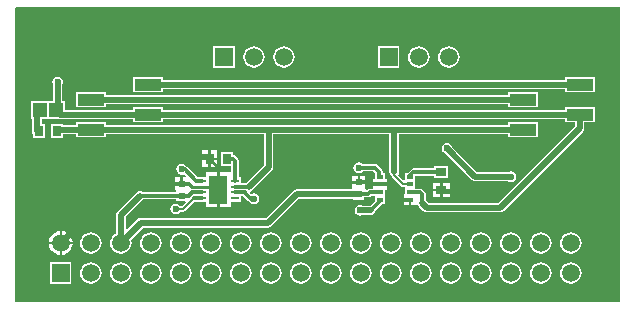
<source format=gtl>
G04 Layer_Physical_Order=1*
G04 Layer_Color=255*
%FSLAX44Y44*%
%MOMM*%
G71*
G01*
G75*
%ADD10R,1.2000X1.2000*%
%ADD11R,0.6000X0.4000*%
%ADD12R,0.7000X0.9000*%
%ADD13R,0.6000X0.6000*%
%ADD14R,0.9000X0.7000*%
%ADD15R,2.2350X1.0160*%
%ADD16R,0.7000X0.2500*%
%ADD17C,0.3000*%
%ADD18C,0.5000*%
%ADD19C,0.1500*%
%ADD20C,0.2540*%
%ADD21C,0.4000*%
%ADD22C,1.5000*%
%ADD23R,1.5000X1.5000*%
%ADD24R,1.6500X2.3800*%
%ADD25C,0.6000*%
G36*
X3015922Y2753422D02*
X3015922Y2504976D01*
X3015023Y2504078D01*
X2504078Y2504078D01*
X2504078Y2752524D01*
X2504976Y2753422D01*
X3015922Y2753422D01*
D02*
G37*
%LPC*%
G36*
X2552745Y2552750D02*
X2543750D01*
Y2543755D01*
X2545371Y2543968D01*
X2547814Y2544980D01*
X2549911Y2546589D01*
X2551520Y2548687D01*
X2552532Y2551129D01*
X2552745Y2552750D01*
D02*
G37*
G36*
X2568150Y2562827D02*
X2565801Y2562518D01*
X2563611Y2561611D01*
X2561731Y2560169D01*
X2560289Y2558289D01*
X2559382Y2556099D01*
X2559073Y2553750D01*
X2559382Y2551400D01*
X2560289Y2549211D01*
X2561731Y2547331D01*
X2563611Y2545889D01*
X2565801Y2544982D01*
X2568150Y2544672D01*
X2570500Y2544982D01*
X2572689Y2545889D01*
X2574569Y2547331D01*
X2576012Y2549211D01*
X2576919Y2551400D01*
X2577228Y2553750D01*
X2576919Y2556099D01*
X2576012Y2558289D01*
X2574569Y2560169D01*
X2572689Y2561611D01*
X2570500Y2562518D01*
X2568150Y2562827D01*
D02*
G37*
G36*
X2618950D02*
X2616601Y2562518D01*
X2614411Y2561611D01*
X2612531Y2560169D01*
X2611089Y2558289D01*
X2610182Y2556099D01*
X2609873Y2553750D01*
X2610182Y2551400D01*
X2611089Y2549211D01*
X2612531Y2547331D01*
X2614411Y2545889D01*
X2616601Y2544982D01*
X2618950Y2544672D01*
X2621300Y2544982D01*
X2623489Y2545889D01*
X2625369Y2547331D01*
X2626812Y2549211D01*
X2627719Y2551400D01*
X2628028Y2553750D01*
X2627719Y2556099D01*
X2626812Y2558289D01*
X2625369Y2560169D01*
X2623489Y2561611D01*
X2621300Y2562518D01*
X2618950Y2562827D01*
D02*
G37*
G36*
X2541750Y2552750D02*
X2532755D01*
X2532969Y2551129D01*
X2533980Y2548687D01*
X2535590Y2546589D01*
X2537687Y2544980D01*
X2540129Y2543968D01*
X2541750Y2543755D01*
Y2552750D01*
D02*
G37*
G36*
X2949150Y2537428D02*
X2946801Y2537118D01*
X2944612Y2536211D01*
X2942731Y2534769D01*
X2941289Y2532889D01*
X2940382Y2530699D01*
X2940073Y2528350D01*
X2940382Y2526001D01*
X2941289Y2523811D01*
X2942731Y2521931D01*
X2944612Y2520488D01*
X2946801Y2519582D01*
X2949150Y2519272D01*
X2951500Y2519582D01*
X2953689Y2520488D01*
X2955569Y2521931D01*
X2957012Y2523811D01*
X2957918Y2526001D01*
X2958228Y2528350D01*
X2957918Y2530699D01*
X2957012Y2532889D01*
X2955569Y2534769D01*
X2953689Y2536211D01*
X2951500Y2537118D01*
X2949150Y2537428D01*
D02*
G37*
G36*
X2974550D02*
X2972201Y2537118D01*
X2970011Y2536211D01*
X2968131Y2534769D01*
X2966689Y2532889D01*
X2965782Y2530699D01*
X2965473Y2528350D01*
X2965782Y2526001D01*
X2966689Y2523811D01*
X2968131Y2521931D01*
X2970011Y2520488D01*
X2972201Y2519582D01*
X2974550Y2519272D01*
X2976900Y2519582D01*
X2979089Y2520488D01*
X2980969Y2521931D01*
X2982412Y2523811D01*
X2983318Y2526001D01*
X2983628Y2528350D01*
X2983318Y2530699D01*
X2982412Y2532889D01*
X2980969Y2534769D01*
X2979089Y2536211D01*
X2976900Y2537118D01*
X2974550Y2537428D01*
D02*
G37*
G36*
X2551750Y2537350D02*
X2533750D01*
Y2519350D01*
X2551750D01*
Y2537350D01*
D02*
G37*
G36*
X2644350Y2562827D02*
X2642001Y2562518D01*
X2639811Y2561611D01*
X2637932Y2560169D01*
X2636489Y2558289D01*
X2635582Y2556099D01*
X2635273Y2553750D01*
X2635582Y2551400D01*
X2636489Y2549211D01*
X2637932Y2547331D01*
X2639811Y2545889D01*
X2642001Y2544982D01*
X2644350Y2544672D01*
X2646700Y2544982D01*
X2648889Y2545889D01*
X2650769Y2547331D01*
X2652212Y2549211D01*
X2653119Y2551400D01*
X2653428Y2553750D01*
X2653119Y2556099D01*
X2652212Y2558289D01*
X2650769Y2560169D01*
X2648889Y2561611D01*
X2646700Y2562518D01*
X2644350Y2562827D01*
D02*
G37*
G36*
X2771350D02*
X2769001Y2562518D01*
X2766812Y2561611D01*
X2764931Y2560169D01*
X2763489Y2558289D01*
X2762582Y2556099D01*
X2762273Y2553750D01*
X2762582Y2551400D01*
X2763489Y2549211D01*
X2764931Y2547331D01*
X2766812Y2545889D01*
X2769001Y2544982D01*
X2771350Y2544672D01*
X2773700Y2544982D01*
X2775889Y2545889D01*
X2777769Y2547331D01*
X2779212Y2549211D01*
X2780118Y2551400D01*
X2780428Y2553750D01*
X2780118Y2556099D01*
X2779212Y2558289D01*
X2777769Y2560169D01*
X2775889Y2561611D01*
X2773700Y2562518D01*
X2771350Y2562827D01*
D02*
G37*
G36*
X2796750D02*
X2794401Y2562518D01*
X2792211Y2561611D01*
X2790331Y2560169D01*
X2788889Y2558289D01*
X2787982Y2556099D01*
X2787673Y2553750D01*
X2787982Y2551400D01*
X2788889Y2549211D01*
X2790331Y2547331D01*
X2792211Y2545889D01*
X2794401Y2544982D01*
X2796750Y2544672D01*
X2799100Y2544982D01*
X2801289Y2545889D01*
X2803169Y2547331D01*
X2804612Y2549211D01*
X2805518Y2551400D01*
X2805828Y2553750D01*
X2805518Y2556099D01*
X2804612Y2558289D01*
X2803169Y2560169D01*
X2801289Y2561611D01*
X2799100Y2562518D01*
X2796750Y2562827D01*
D02*
G37*
G36*
X2822150D02*
X2819801Y2562518D01*
X2817611Y2561611D01*
X2815732Y2560169D01*
X2814289Y2558289D01*
X2813382Y2556099D01*
X2813073Y2553750D01*
X2813382Y2551400D01*
X2814289Y2549211D01*
X2815732Y2547331D01*
X2817611Y2545889D01*
X2819801Y2544982D01*
X2822150Y2544672D01*
X2824500Y2544982D01*
X2826689Y2545889D01*
X2828569Y2547331D01*
X2830012Y2549211D01*
X2830919Y2551400D01*
X2831228Y2553750D01*
X2830919Y2556099D01*
X2830012Y2558289D01*
X2828569Y2560169D01*
X2826689Y2561611D01*
X2824500Y2562518D01*
X2822150Y2562827D01*
D02*
G37*
G36*
X2745950D02*
X2743601Y2562518D01*
X2741411Y2561611D01*
X2739531Y2560169D01*
X2738089Y2558289D01*
X2737182Y2556099D01*
X2736873Y2553750D01*
X2737182Y2551400D01*
X2738089Y2549211D01*
X2739531Y2547331D01*
X2741411Y2545889D01*
X2743601Y2544982D01*
X2745950Y2544672D01*
X2748300Y2544982D01*
X2750489Y2545889D01*
X2752369Y2547331D01*
X2753812Y2549211D01*
X2754719Y2551400D01*
X2755028Y2553750D01*
X2754719Y2556099D01*
X2753812Y2558289D01*
X2752369Y2560169D01*
X2750489Y2561611D01*
X2748300Y2562518D01*
X2745950Y2562827D01*
D02*
G37*
G36*
X2669750D02*
X2667401Y2562518D01*
X2665211Y2561611D01*
X2663331Y2560169D01*
X2661889Y2558289D01*
X2660982Y2556099D01*
X2660673Y2553750D01*
X2660982Y2551400D01*
X2661889Y2549211D01*
X2663331Y2547331D01*
X2665211Y2545889D01*
X2667401Y2544982D01*
X2669750Y2544672D01*
X2672100Y2544982D01*
X2674289Y2545889D01*
X2676169Y2547331D01*
X2677612Y2549211D01*
X2678518Y2551400D01*
X2678828Y2553750D01*
X2678518Y2556099D01*
X2677612Y2558289D01*
X2676169Y2560169D01*
X2674289Y2561611D01*
X2672100Y2562518D01*
X2669750Y2562827D01*
D02*
G37*
G36*
X2695150D02*
X2692801Y2562518D01*
X2690611Y2561611D01*
X2688731Y2560169D01*
X2687289Y2558289D01*
X2686382Y2556099D01*
X2686073Y2553750D01*
X2686382Y2551400D01*
X2687289Y2549211D01*
X2688731Y2547331D01*
X2690611Y2545889D01*
X2692801Y2544982D01*
X2695150Y2544672D01*
X2697500Y2544982D01*
X2699689Y2545889D01*
X2701569Y2547331D01*
X2703012Y2549211D01*
X2703918Y2551400D01*
X2704228Y2553750D01*
X2703918Y2556099D01*
X2703012Y2558289D01*
X2701569Y2560169D01*
X2699689Y2561611D01*
X2697500Y2562518D01*
X2695150Y2562827D01*
D02*
G37*
G36*
X2720550D02*
X2718201Y2562518D01*
X2716011Y2561611D01*
X2714131Y2560169D01*
X2712689Y2558289D01*
X2711782Y2556099D01*
X2711472Y2553750D01*
X2711782Y2551400D01*
X2712689Y2549211D01*
X2714131Y2547331D01*
X2716011Y2545889D01*
X2718201Y2544982D01*
X2720550Y2544672D01*
X2722900Y2544982D01*
X2725089Y2545889D01*
X2726969Y2547331D01*
X2728412Y2549211D01*
X2729319Y2551400D01*
X2729628Y2553750D01*
X2729319Y2556099D01*
X2728412Y2558289D01*
X2726969Y2560169D01*
X2725089Y2561611D01*
X2722900Y2562518D01*
X2720550Y2562827D01*
D02*
G37*
G36*
X2669750Y2537428D02*
X2667401Y2537118D01*
X2665211Y2536211D01*
X2663331Y2534769D01*
X2661889Y2532889D01*
X2660982Y2530699D01*
X2660673Y2528350D01*
X2660982Y2526001D01*
X2661889Y2523811D01*
X2663331Y2521931D01*
X2665211Y2520488D01*
X2667401Y2519582D01*
X2669750Y2519272D01*
X2672100Y2519582D01*
X2674289Y2520488D01*
X2676169Y2521931D01*
X2677612Y2523811D01*
X2678518Y2526001D01*
X2678828Y2528350D01*
X2678518Y2530699D01*
X2677612Y2532889D01*
X2676169Y2534769D01*
X2674289Y2536211D01*
X2672100Y2537118D01*
X2669750Y2537428D01*
D02*
G37*
G36*
X2695150D02*
X2692801Y2537118D01*
X2690611Y2536211D01*
X2688731Y2534769D01*
X2687289Y2532889D01*
X2686382Y2530699D01*
X2686073Y2528350D01*
X2686382Y2526001D01*
X2687289Y2523811D01*
X2688731Y2521931D01*
X2690611Y2520488D01*
X2692801Y2519582D01*
X2695150Y2519272D01*
X2697500Y2519582D01*
X2699689Y2520488D01*
X2701569Y2521931D01*
X2703012Y2523811D01*
X2703918Y2526001D01*
X2704228Y2528350D01*
X2703918Y2530699D01*
X2703012Y2532889D01*
X2701569Y2534769D01*
X2699689Y2536211D01*
X2697500Y2537118D01*
X2695150Y2537428D01*
D02*
G37*
G36*
X2720550D02*
X2718201Y2537118D01*
X2716011Y2536211D01*
X2714131Y2534769D01*
X2712689Y2532889D01*
X2711782Y2530699D01*
X2711472Y2528350D01*
X2711782Y2526001D01*
X2712689Y2523811D01*
X2714131Y2521931D01*
X2716011Y2520488D01*
X2718201Y2519582D01*
X2720550Y2519272D01*
X2722900Y2519582D01*
X2725089Y2520488D01*
X2726969Y2521931D01*
X2728412Y2523811D01*
X2729319Y2526001D01*
X2729628Y2528350D01*
X2729319Y2530699D01*
X2728412Y2532889D01*
X2726969Y2534769D01*
X2725089Y2536211D01*
X2722900Y2537118D01*
X2720550Y2537428D01*
D02*
G37*
G36*
X2644350D02*
X2642001Y2537118D01*
X2639811Y2536211D01*
X2637932Y2534769D01*
X2636489Y2532889D01*
X2635582Y2530699D01*
X2635273Y2528350D01*
X2635582Y2526001D01*
X2636489Y2523811D01*
X2637932Y2521931D01*
X2639811Y2520488D01*
X2642001Y2519582D01*
X2644350Y2519272D01*
X2646700Y2519582D01*
X2648889Y2520488D01*
X2650769Y2521931D01*
X2652212Y2523811D01*
X2653119Y2526001D01*
X2653428Y2528350D01*
X2653119Y2530699D01*
X2652212Y2532889D01*
X2650769Y2534769D01*
X2648889Y2536211D01*
X2646700Y2537118D01*
X2644350Y2537428D01*
D02*
G37*
G36*
X2568150D02*
X2565801Y2537118D01*
X2563611Y2536211D01*
X2561731Y2534769D01*
X2560289Y2532889D01*
X2559382Y2530699D01*
X2559073Y2528350D01*
X2559382Y2526001D01*
X2560289Y2523811D01*
X2561731Y2521931D01*
X2563611Y2520488D01*
X2565801Y2519582D01*
X2568150Y2519272D01*
X2570500Y2519582D01*
X2572689Y2520488D01*
X2574569Y2521931D01*
X2576012Y2523811D01*
X2576919Y2526001D01*
X2577228Y2528350D01*
X2576919Y2530699D01*
X2576012Y2532889D01*
X2574569Y2534769D01*
X2572689Y2536211D01*
X2570500Y2537118D01*
X2568150Y2537428D01*
D02*
G37*
G36*
X2593550D02*
X2591201Y2537118D01*
X2589012Y2536211D01*
X2587131Y2534769D01*
X2585689Y2532889D01*
X2584782Y2530699D01*
X2584473Y2528350D01*
X2584782Y2526001D01*
X2585689Y2523811D01*
X2587131Y2521931D01*
X2589012Y2520488D01*
X2591201Y2519582D01*
X2593550Y2519272D01*
X2595900Y2519582D01*
X2598089Y2520488D01*
X2599969Y2521931D01*
X2601412Y2523811D01*
X2602318Y2526001D01*
X2602628Y2528350D01*
X2602318Y2530699D01*
X2601412Y2532889D01*
X2599969Y2534769D01*
X2598089Y2536211D01*
X2595900Y2537118D01*
X2593550Y2537428D01*
D02*
G37*
G36*
X2618950D02*
X2616601Y2537118D01*
X2614411Y2536211D01*
X2612531Y2534769D01*
X2611089Y2532889D01*
X2610182Y2530699D01*
X2609873Y2528350D01*
X2610182Y2526001D01*
X2611089Y2523811D01*
X2612531Y2521931D01*
X2614411Y2520488D01*
X2616601Y2519582D01*
X2618950Y2519272D01*
X2621300Y2519582D01*
X2623489Y2520488D01*
X2625369Y2521931D01*
X2626812Y2523811D01*
X2627719Y2526001D01*
X2628028Y2528350D01*
X2627719Y2530699D01*
X2626812Y2532889D01*
X2625369Y2534769D01*
X2623489Y2536211D01*
X2621300Y2537118D01*
X2618950Y2537428D01*
D02*
G37*
G36*
X2745950D02*
X2743601Y2537118D01*
X2741411Y2536211D01*
X2739531Y2534769D01*
X2738089Y2532889D01*
X2737182Y2530699D01*
X2736873Y2528350D01*
X2737182Y2526001D01*
X2738089Y2523811D01*
X2739531Y2521931D01*
X2741411Y2520488D01*
X2743601Y2519582D01*
X2745950Y2519272D01*
X2748300Y2519582D01*
X2750489Y2520488D01*
X2752369Y2521931D01*
X2753812Y2523811D01*
X2754719Y2526001D01*
X2755028Y2528350D01*
X2754719Y2530699D01*
X2753812Y2532889D01*
X2752369Y2534769D01*
X2750489Y2536211D01*
X2748300Y2537118D01*
X2745950Y2537428D01*
D02*
G37*
G36*
X2872950D02*
X2870601Y2537118D01*
X2868411Y2536211D01*
X2866531Y2534769D01*
X2865089Y2532889D01*
X2864182Y2530699D01*
X2863873Y2528350D01*
X2864182Y2526001D01*
X2865089Y2523811D01*
X2866531Y2521931D01*
X2868411Y2520488D01*
X2870601Y2519582D01*
X2872950Y2519272D01*
X2875300Y2519582D01*
X2877489Y2520488D01*
X2879369Y2521931D01*
X2880812Y2523811D01*
X2881718Y2526001D01*
X2882028Y2528350D01*
X2881718Y2530699D01*
X2880812Y2532889D01*
X2879369Y2534769D01*
X2877489Y2536211D01*
X2875300Y2537118D01*
X2872950Y2537428D01*
D02*
G37*
G36*
X2898350D02*
X2896001Y2537118D01*
X2893811Y2536211D01*
X2891931Y2534769D01*
X2890489Y2532889D01*
X2889582Y2530699D01*
X2889272Y2528350D01*
X2889582Y2526001D01*
X2890489Y2523811D01*
X2891931Y2521931D01*
X2893811Y2520488D01*
X2896001Y2519582D01*
X2898350Y2519272D01*
X2900700Y2519582D01*
X2902889Y2520488D01*
X2904769Y2521931D01*
X2906212Y2523811D01*
X2907119Y2526001D01*
X2907428Y2528350D01*
X2907119Y2530699D01*
X2906212Y2532889D01*
X2904769Y2534769D01*
X2902889Y2536211D01*
X2900700Y2537118D01*
X2898350Y2537428D01*
D02*
G37*
G36*
X2923750D02*
X2921401Y2537118D01*
X2919211Y2536211D01*
X2917332Y2534769D01*
X2915889Y2532889D01*
X2914982Y2530699D01*
X2914673Y2528350D01*
X2914982Y2526001D01*
X2915889Y2523811D01*
X2917332Y2521931D01*
X2919211Y2520488D01*
X2921401Y2519582D01*
X2923750Y2519272D01*
X2926100Y2519582D01*
X2928289Y2520488D01*
X2930169Y2521931D01*
X2931612Y2523811D01*
X2932519Y2526001D01*
X2932828Y2528350D01*
X2932519Y2530699D01*
X2931612Y2532889D01*
X2930169Y2534769D01*
X2928289Y2536211D01*
X2926100Y2537118D01*
X2923750Y2537428D01*
D02*
G37*
G36*
X2847550D02*
X2845201Y2537118D01*
X2843011Y2536211D01*
X2841131Y2534769D01*
X2839689Y2532889D01*
X2838782Y2530699D01*
X2838473Y2528350D01*
X2838782Y2526001D01*
X2839689Y2523811D01*
X2841131Y2521931D01*
X2843011Y2520488D01*
X2845201Y2519582D01*
X2847550Y2519272D01*
X2849900Y2519582D01*
X2852089Y2520488D01*
X2853969Y2521931D01*
X2855412Y2523811D01*
X2856318Y2526001D01*
X2856628Y2528350D01*
X2856318Y2530699D01*
X2855412Y2532889D01*
X2853969Y2534769D01*
X2852089Y2536211D01*
X2849900Y2537118D01*
X2847550Y2537428D01*
D02*
G37*
G36*
X2771350D02*
X2769001Y2537118D01*
X2766812Y2536211D01*
X2764931Y2534769D01*
X2763489Y2532889D01*
X2762582Y2530699D01*
X2762273Y2528350D01*
X2762582Y2526001D01*
X2763489Y2523811D01*
X2764931Y2521931D01*
X2766812Y2520488D01*
X2769001Y2519582D01*
X2771350Y2519272D01*
X2773700Y2519582D01*
X2775889Y2520488D01*
X2777769Y2521931D01*
X2779212Y2523811D01*
X2780118Y2526001D01*
X2780428Y2528350D01*
X2780118Y2530699D01*
X2779212Y2532889D01*
X2777769Y2534769D01*
X2775889Y2536211D01*
X2773700Y2537118D01*
X2771350Y2537428D01*
D02*
G37*
G36*
X2796750D02*
X2794401Y2537118D01*
X2792211Y2536211D01*
X2790331Y2534769D01*
X2788889Y2532889D01*
X2787982Y2530699D01*
X2787673Y2528350D01*
X2787982Y2526001D01*
X2788889Y2523811D01*
X2790331Y2521931D01*
X2792211Y2520488D01*
X2794401Y2519582D01*
X2796750Y2519272D01*
X2799100Y2519582D01*
X2801289Y2520488D01*
X2803169Y2521931D01*
X2804612Y2523811D01*
X2805518Y2526001D01*
X2805828Y2528350D01*
X2805518Y2530699D01*
X2804612Y2532889D01*
X2803169Y2534769D01*
X2801289Y2536211D01*
X2799100Y2537118D01*
X2796750Y2537428D01*
D02*
G37*
G36*
X2822150D02*
X2819801Y2537118D01*
X2817611Y2536211D01*
X2815732Y2534769D01*
X2814289Y2532889D01*
X2813382Y2530699D01*
X2813073Y2528350D01*
X2813382Y2526001D01*
X2814289Y2523811D01*
X2815732Y2521931D01*
X2817611Y2520488D01*
X2819801Y2519582D01*
X2822150Y2519272D01*
X2824500Y2519582D01*
X2826689Y2520488D01*
X2828569Y2521931D01*
X2830012Y2523811D01*
X2830919Y2526001D01*
X2831228Y2528350D01*
X2830919Y2530699D01*
X2830012Y2532889D01*
X2828569Y2534769D01*
X2826689Y2536211D01*
X2824500Y2537118D01*
X2822150Y2537428D01*
D02*
G37*
G36*
X2847550Y2562827D02*
X2845201Y2562518D01*
X2843011Y2561611D01*
X2841131Y2560169D01*
X2839689Y2558289D01*
X2838782Y2556099D01*
X2838473Y2553750D01*
X2838782Y2551400D01*
X2839689Y2549211D01*
X2841131Y2547331D01*
X2843011Y2545889D01*
X2845201Y2544982D01*
X2847550Y2544672D01*
X2849900Y2544982D01*
X2852089Y2545889D01*
X2853969Y2547331D01*
X2855412Y2549211D01*
X2856318Y2551400D01*
X2856628Y2553750D01*
X2856318Y2556099D01*
X2855412Y2558289D01*
X2853969Y2560169D01*
X2852089Y2561611D01*
X2849900Y2562518D01*
X2847550Y2562827D01*
D02*
G37*
G36*
X2667750Y2632040D02*
X2662710D01*
Y2626000D01*
X2667750D01*
Y2632040D01*
D02*
G37*
G36*
X2674790D02*
X2669750D01*
Y2626000D01*
X2674790D01*
Y2632040D01*
D02*
G37*
G36*
X2540000Y2694588D02*
X2538244Y2694239D01*
X2536756Y2693244D01*
X2535761Y2691756D01*
X2535412Y2690000D01*
X2535761Y2688244D01*
X2535922Y2688004D01*
Y2673750D01*
X2517249D01*
Y2658750D01*
X2518422D01*
Y2648750D01*
X2518732Y2647189D01*
X2519500Y2646039D01*
Y2642749D01*
X2529500D01*
Y2654749D01*
X2526578D01*
Y2658750D01*
X2540911D01*
X2540938Y2658732D01*
X2542498Y2658422D01*
X2603575D01*
Y2655920D01*
X2628925D01*
Y2658422D01*
X2969335D01*
Y2655920D01*
X2977932D01*
Y2652450D01*
X2913311Y2587828D01*
X2854189D01*
X2851870Y2590148D01*
Y2595000D01*
X2851870Y2595000D01*
X2851637Y2596170D01*
X2850974Y2597163D01*
X2850974Y2597163D01*
X2849224Y2598913D01*
X2848232Y2599576D01*
X2847061Y2599809D01*
X2847061Y2599809D01*
X2843000D01*
Y2610691D01*
X2859000D01*
Y2608750D01*
X2870999D01*
Y2618750D01*
X2859000D01*
Y2616809D01*
X2841250D01*
X2840080Y2616576D01*
X2839087Y2615913D01*
X2839087Y2615913D01*
X2836424Y2613250D01*
X2834000D01*
Y2606928D01*
X2832730Y2606402D01*
X2828137Y2610995D01*
X2828768Y2611939D01*
X2829078Y2613500D01*
Y2645722D01*
X2921075D01*
Y2643220D01*
X2946425D01*
Y2656380D01*
X2921075D01*
Y2653878D01*
X2580665D01*
Y2656380D01*
X2555315D01*
Y2653878D01*
X2544500D01*
Y2654749D01*
X2534500D01*
Y2642749D01*
X2544500D01*
Y2645722D01*
X2555315D01*
Y2643220D01*
X2580665D01*
Y2645722D01*
X2714672D01*
Y2619689D01*
X2699541Y2604559D01*
X2695250D01*
Y2609250D01*
X2693308D01*
Y2623500D01*
X2693308Y2623501D01*
X2693075Y2624671D01*
X2692412Y2625663D01*
X2690913Y2627163D01*
X2689920Y2627826D01*
X2688750Y2628059D01*
Y2631000D01*
X2678750D01*
Y2619000D01*
X2687191D01*
Y2614648D01*
X2687039Y2613440D01*
X2677249D01*
Y2599000D01*
Y2584560D01*
X2687039D01*
Y2588750D01*
X2695250D01*
Y2593441D01*
X2697233D01*
X2701587Y2589087D01*
X2702580Y2588424D01*
X2702749Y2588391D01*
X2703006Y2588006D01*
X2704494Y2587011D01*
X2706250Y2586662D01*
X2708006Y2587011D01*
X2709494Y2588006D01*
X2710489Y2589494D01*
X2710838Y2591250D01*
X2710489Y2593006D01*
X2709494Y2594494D01*
X2708006Y2595489D01*
X2706250Y2595838D01*
X2704494Y2595489D01*
X2704100Y2595226D01*
X2703042Y2596284D01*
X2703460Y2597662D01*
X2703811Y2597732D01*
X2705134Y2598616D01*
X2721634Y2615116D01*
X2721634Y2615116D01*
X2722518Y2616439D01*
X2722828Y2618000D01*
X2722828Y2618000D01*
Y2645722D01*
X2820922D01*
Y2613500D01*
X2821232Y2611939D01*
X2822116Y2610616D01*
X2822859Y2610120D01*
X2822881Y2610009D01*
X2823378Y2609265D01*
X2830765Y2601878D01*
X2830765Y2601878D01*
X2831509Y2601380D01*
X2832387Y2601206D01*
X2834000D01*
Y2594790D01*
X2832960D01*
Y2591250D01*
X2838500D01*
Y2590250D01*
X2839500D01*
Y2585710D01*
X2844040D01*
X2844040Y2585710D01*
X2845251Y2585567D01*
X2845927Y2584555D01*
X2849616Y2580866D01*
X2849616Y2580866D01*
X2850939Y2579982D01*
X2852500Y2579672D01*
X2852500Y2579672D01*
X2915000D01*
X2915000Y2579672D01*
X2916561Y2579982D01*
X2917884Y2580866D01*
X2984894Y2647876D01*
X2985778Y2649200D01*
X2986089Y2650760D01*
X2986089Y2650760D01*
Y2655920D01*
X2994685D01*
Y2669080D01*
X2969335D01*
Y2666578D01*
X2628925D01*
Y2669080D01*
X2603575D01*
Y2666578D01*
X2546249D01*
Y2673750D01*
X2544078D01*
Y2688004D01*
X2544239Y2688244D01*
X2544588Y2690000D01*
X2544239Y2691756D01*
X2543244Y2693244D01*
X2541756Y2694239D01*
X2540000Y2694588D01*
D02*
G37*
G36*
X2674790Y2624000D02*
X2669750D01*
Y2617960D01*
X2674790D01*
Y2624000D01*
D02*
G37*
G36*
X2794000Y2610540D02*
X2789460D01*
Y2606000D01*
X2794000D01*
Y2610540D01*
D02*
G37*
G36*
X2800540D02*
X2796000D01*
Y2606000D01*
X2800540D01*
Y2610540D01*
D02*
G37*
G36*
X2667750Y2624000D02*
X2662710D01*
Y2617960D01*
X2667750D01*
Y2624000D01*
D02*
G37*
G36*
X2946425Y2681780D02*
X2921075D01*
Y2679278D01*
X2580665D01*
Y2681780D01*
X2555315D01*
Y2668620D01*
X2580665D01*
Y2671122D01*
X2921075D01*
Y2668620D01*
X2946425D01*
Y2681780D01*
D02*
G37*
G36*
X2871250Y2720327D02*
X2868900Y2720018D01*
X2866711Y2719111D01*
X2864831Y2717668D01*
X2863388Y2715789D01*
X2862482Y2713599D01*
X2862172Y2711250D01*
X2862482Y2708900D01*
X2863388Y2706711D01*
X2864831Y2704831D01*
X2866711Y2703388D01*
X2868900Y2702481D01*
X2871250Y2702172D01*
X2873600Y2702481D01*
X2875789Y2703388D01*
X2877669Y2704831D01*
X2879111Y2706711D01*
X2880018Y2708900D01*
X2880327Y2711250D01*
X2880018Y2713599D01*
X2879111Y2715789D01*
X2877669Y2717668D01*
X2875789Y2719111D01*
X2873600Y2720018D01*
X2871250Y2720327D01*
D02*
G37*
G36*
X2689850Y2720250D02*
X2671850D01*
Y2702250D01*
X2689850D01*
Y2720250D01*
D02*
G37*
G36*
X2829450D02*
X2811450D01*
Y2702250D01*
X2829450D01*
Y2720250D01*
D02*
G37*
G36*
X2845850Y2720327D02*
X2843500Y2720018D01*
X2841311Y2719111D01*
X2839431Y2717668D01*
X2837989Y2715789D01*
X2837082Y2713599D01*
X2836772Y2711250D01*
X2837082Y2708900D01*
X2837989Y2706711D01*
X2839431Y2704831D01*
X2841311Y2703388D01*
X2843500Y2702481D01*
X2845850Y2702172D01*
X2848199Y2702481D01*
X2850389Y2703388D01*
X2852269Y2704831D01*
X2853712Y2706711D01*
X2854618Y2708900D01*
X2854928Y2711250D01*
X2854618Y2713599D01*
X2853712Y2715789D01*
X2852269Y2717668D01*
X2850389Y2719111D01*
X2848199Y2720018D01*
X2845850Y2720327D01*
D02*
G37*
G36*
X2994685Y2694480D02*
X2969335D01*
Y2691978D01*
X2628925D01*
Y2694480D01*
X2603575D01*
Y2681320D01*
X2628925D01*
Y2683822D01*
X2969335D01*
Y2681320D01*
X2994685D01*
Y2694480D01*
D02*
G37*
G36*
X2706250Y2720327D02*
X2703900Y2720018D01*
X2701711Y2719111D01*
X2699831Y2717668D01*
X2698389Y2715789D01*
X2697482Y2713599D01*
X2697173Y2711250D01*
X2697482Y2708900D01*
X2698389Y2706711D01*
X2699831Y2704831D01*
X2701711Y2703388D01*
X2703900Y2702481D01*
X2706250Y2702172D01*
X2708600Y2702481D01*
X2710789Y2703388D01*
X2712669Y2704831D01*
X2714112Y2706711D01*
X2715018Y2708900D01*
X2715328Y2711250D01*
X2715018Y2713599D01*
X2714112Y2715789D01*
X2712669Y2717668D01*
X2710789Y2719111D01*
X2708600Y2720018D01*
X2706250Y2720327D01*
D02*
G37*
G36*
X2731650D02*
X2729301Y2720018D01*
X2727111Y2719111D01*
X2725231Y2717668D01*
X2723788Y2715789D01*
X2722882Y2713599D01*
X2722572Y2711250D01*
X2722882Y2708900D01*
X2723788Y2706711D01*
X2725231Y2704831D01*
X2727111Y2703388D01*
X2729301Y2702481D01*
X2731650Y2702172D01*
X2734000Y2702481D01*
X2736189Y2703388D01*
X2738069Y2704831D01*
X2739511Y2706711D01*
X2740418Y2708900D01*
X2740728Y2711250D01*
X2740418Y2713599D01*
X2739511Y2715789D01*
X2738069Y2717668D01*
X2736189Y2719111D01*
X2734000Y2720018D01*
X2731650Y2720327D01*
D02*
G37*
G36*
X2870000Y2638338D02*
X2868244Y2637989D01*
X2866756Y2636994D01*
X2865761Y2635506D01*
X2865412Y2633750D01*
X2865761Y2631994D01*
X2866756Y2630506D01*
X2868244Y2629511D01*
X2868528Y2629455D01*
X2890866Y2607116D01*
X2890866Y2607116D01*
X2892189Y2606232D01*
X2893750Y2605922D01*
X2893750Y2605922D01*
X2921250D01*
X2921638Y2605999D01*
X2921994Y2605761D01*
X2923750Y2605412D01*
X2925506Y2605761D01*
X2926994Y2606756D01*
X2927989Y2608244D01*
X2928338Y2610000D01*
X2927989Y2611756D01*
X2926994Y2613244D01*
X2925506Y2614239D01*
X2923750Y2614588D01*
X2921994Y2614239D01*
X2921638Y2614001D01*
X2921250Y2614078D01*
X2895439D01*
X2874295Y2635222D01*
X2874239Y2635506D01*
X2873244Y2636994D01*
X2871756Y2637989D01*
X2870000Y2638338D01*
D02*
G37*
G36*
X2974550Y2562827D02*
X2972201Y2562518D01*
X2970011Y2561611D01*
X2968131Y2560169D01*
X2966689Y2558289D01*
X2965782Y2556099D01*
X2965473Y2553750D01*
X2965782Y2551400D01*
X2966689Y2549211D01*
X2968131Y2547331D01*
X2970011Y2545889D01*
X2972201Y2544982D01*
X2974550Y2544672D01*
X2976900Y2544982D01*
X2979089Y2545889D01*
X2980969Y2547331D01*
X2982412Y2549211D01*
X2983318Y2551400D01*
X2983628Y2553750D01*
X2983318Y2556099D01*
X2982412Y2558289D01*
X2980969Y2560169D01*
X2979089Y2561611D01*
X2976900Y2562518D01*
X2974550Y2562827D01*
D02*
G37*
G36*
X2541750Y2563745D02*
X2540129Y2563531D01*
X2537687Y2562520D01*
X2535590Y2560911D01*
X2533980Y2558813D01*
X2532969Y2556371D01*
X2532755Y2554750D01*
X2541750D01*
Y2563745D01*
D02*
G37*
G36*
X2543750D02*
Y2554750D01*
X2552745D01*
X2552532Y2556371D01*
X2551520Y2558813D01*
X2549911Y2560911D01*
X2547814Y2562520D01*
X2545371Y2563531D01*
X2543750Y2563745D01*
D02*
G37*
G36*
X2949150Y2562827D02*
X2946801Y2562518D01*
X2944612Y2561611D01*
X2942731Y2560169D01*
X2941289Y2558289D01*
X2940382Y2556099D01*
X2940073Y2553750D01*
X2940382Y2551400D01*
X2941289Y2549211D01*
X2942731Y2547331D01*
X2944612Y2545889D01*
X2946801Y2544982D01*
X2949150Y2544672D01*
X2951500Y2544982D01*
X2953689Y2545889D01*
X2955569Y2547331D01*
X2957012Y2549211D01*
X2957918Y2551400D01*
X2958228Y2553750D01*
X2957918Y2556099D01*
X2957012Y2558289D01*
X2955569Y2560169D01*
X2953689Y2561611D01*
X2951500Y2562518D01*
X2949150Y2562827D01*
D02*
G37*
G36*
X2872950D02*
X2870601Y2562518D01*
X2868411Y2561611D01*
X2866531Y2560169D01*
X2865089Y2558289D01*
X2864182Y2556099D01*
X2863873Y2553750D01*
X2864182Y2551400D01*
X2865089Y2549211D01*
X2866531Y2547331D01*
X2868411Y2545889D01*
X2870601Y2544982D01*
X2872950Y2544672D01*
X2875300Y2544982D01*
X2877489Y2545889D01*
X2879369Y2547331D01*
X2880812Y2549211D01*
X2881718Y2551400D01*
X2882028Y2553750D01*
X2881718Y2556099D01*
X2880812Y2558289D01*
X2879369Y2560169D01*
X2877489Y2561611D01*
X2875300Y2562518D01*
X2872950Y2562827D01*
D02*
G37*
G36*
X2898350D02*
X2896001Y2562518D01*
X2893811Y2561611D01*
X2891931Y2560169D01*
X2890489Y2558289D01*
X2889582Y2556099D01*
X2889272Y2553750D01*
X2889582Y2551400D01*
X2890489Y2549211D01*
X2891931Y2547331D01*
X2893811Y2545889D01*
X2896001Y2544982D01*
X2898350Y2544672D01*
X2900700Y2544982D01*
X2902889Y2545889D01*
X2904769Y2547331D01*
X2906212Y2549211D01*
X2907119Y2551400D01*
X2907428Y2553750D01*
X2907119Y2556099D01*
X2906212Y2558289D01*
X2904769Y2560169D01*
X2902889Y2561611D01*
X2900700Y2562518D01*
X2898350Y2562827D01*
D02*
G37*
G36*
X2923750D02*
X2921401Y2562518D01*
X2919211Y2561611D01*
X2917332Y2560169D01*
X2915889Y2558289D01*
X2914982Y2556099D01*
X2914673Y2553750D01*
X2914982Y2551400D01*
X2915889Y2549211D01*
X2917332Y2547331D01*
X2919211Y2545889D01*
X2921401Y2544982D01*
X2923750Y2544672D01*
X2926100Y2544982D01*
X2928289Y2545889D01*
X2930169Y2547331D01*
X2931612Y2549211D01*
X2932519Y2551400D01*
X2932828Y2553750D01*
X2932519Y2556099D01*
X2931612Y2558289D01*
X2930169Y2560169D01*
X2928289Y2561611D01*
X2926100Y2562518D01*
X2923750Y2562827D01*
D02*
G37*
G36*
X2837500Y2589250D02*
X2832960D01*
Y2585710D01*
X2837500D01*
Y2589250D01*
D02*
G37*
G36*
X2872039Y2604790D02*
X2865999D01*
Y2599749D01*
X2872039D01*
Y2604790D01*
D02*
G37*
G36*
X2795000Y2622088D02*
X2793244Y2621739D01*
X2791756Y2620744D01*
X2790761Y2619256D01*
X2790412Y2617500D01*
X2790761Y2615744D01*
X2791756Y2614256D01*
X2793244Y2613261D01*
X2795000Y2612912D01*
X2796756Y2613261D01*
X2798244Y2614256D01*
X2798368Y2614441D01*
X2807483D01*
X2807759Y2614165D01*
X2808500Y2613250D01*
X2808500D01*
X2808500Y2613250D01*
Y2607790D01*
X2807460D01*
Y2604250D01*
X2818540D01*
Y2607790D01*
X2817500D01*
Y2613250D01*
X2815184D01*
Y2614125D01*
X2814951Y2615296D01*
X2814288Y2616288D01*
X2810913Y2619663D01*
X2809920Y2620326D01*
X2808750Y2620559D01*
X2808750Y2620559D01*
X2798368D01*
X2798244Y2620744D01*
X2796756Y2621739D01*
X2795000Y2622088D01*
D02*
G37*
G36*
X2644000Y2609290D02*
X2639460D01*
Y2604750D01*
X2644000D01*
Y2609290D01*
D02*
G37*
G36*
X2864000Y2604790D02*
X2857960D01*
Y2599749D01*
X2864000D01*
Y2604790D01*
D02*
G37*
G36*
Y2597750D02*
X2857960D01*
Y2592710D01*
X2864000D01*
Y2597750D01*
D02*
G37*
G36*
X2872039D02*
X2865999D01*
Y2592710D01*
X2872039D01*
Y2597750D01*
D02*
G37*
G36*
X2645000Y2620838D02*
X2643244Y2620489D01*
X2641756Y2619494D01*
X2640761Y2618006D01*
X2640412Y2616250D01*
X2640761Y2614494D01*
X2641756Y2613006D01*
X2643244Y2612011D01*
X2645000Y2611662D01*
X2646756Y2612011D01*
X2647150Y2612274D01*
X2648961Y2610463D01*
X2648475Y2609290D01*
X2646000D01*
Y2603750D01*
X2645000D01*
Y2602750D01*
X2639460D01*
Y2598210D01*
X2640500D01*
Y2596809D01*
X2612622D01*
X2611561Y2597518D01*
X2610000Y2597828D01*
X2608439Y2597518D01*
X2607116Y2596634D01*
X2590667Y2580184D01*
X2589782Y2578861D01*
X2589472Y2577300D01*
X2589472Y2577300D01*
Y2561802D01*
X2589012Y2561611D01*
X2587131Y2560169D01*
X2585689Y2558289D01*
X2584782Y2556099D01*
X2584473Y2553750D01*
X2584782Y2551400D01*
X2585689Y2549211D01*
X2587131Y2547331D01*
X2589012Y2545889D01*
X2591201Y2544982D01*
X2593550Y2544672D01*
X2595900Y2544982D01*
X2598089Y2545889D01*
X2599969Y2547331D01*
X2601412Y2549211D01*
X2602318Y2551400D01*
X2602628Y2553750D01*
X2602318Y2556099D01*
X2602128Y2556560D01*
X2612240Y2566672D01*
X2718250D01*
X2718250Y2566671D01*
X2719811Y2566982D01*
X2721134Y2567866D01*
X2744189Y2590922D01*
X2790500D01*
Y2590500D01*
X2799500D01*
Y2592441D01*
X2803000D01*
X2803000Y2592441D01*
X2804171Y2592674D01*
X2805163Y2593337D01*
X2805517Y2593691D01*
X2808500D01*
Y2589075D01*
X2804753Y2585328D01*
X2798246D01*
X2798006Y2585489D01*
X2796250Y2585838D01*
X2794494Y2585489D01*
X2793006Y2584494D01*
X2792011Y2583006D01*
X2791662Y2581250D01*
X2792011Y2579494D01*
X2793006Y2578006D01*
X2794494Y2577011D01*
X2796250Y2576662D01*
X2798006Y2577011D01*
X2798246Y2577172D01*
X2805000D01*
X2806561Y2577482D01*
X2807884Y2578366D01*
X2808768Y2579689D01*
X2809017Y2580941D01*
X2814826Y2586750D01*
X2817500D01*
Y2598710D01*
X2818540D01*
Y2602250D01*
X2807460D01*
Y2599809D01*
X2804250D01*
X2804250Y2599809D01*
X2803079Y2599576D01*
X2802087Y2598913D01*
X2800749Y2599249D01*
X2800540Y2599460D01*
Y2604000D01*
X2789460D01*
Y2599460D01*
X2788348Y2599078D01*
X2742500D01*
X2742500Y2599078D01*
X2740939Y2598768D01*
X2739616Y2597884D01*
X2739616Y2597884D01*
X2716561Y2574828D01*
X2610550D01*
X2608990Y2574518D01*
X2607666Y2573634D01*
X2607666Y2573634D01*
X2598802Y2564769D01*
X2597628Y2565255D01*
Y2575611D01*
X2612709Y2590691D01*
X2640500D01*
Y2589250D01*
X2648210D01*
X2648736Y2587980D01*
X2645551Y2584795D01*
X2643880D01*
X2643246Y2585745D01*
X2641757Y2586740D01*
X2640001Y2587089D01*
X2638245Y2586740D01*
X2636757Y2585745D01*
X2635762Y2584257D01*
X2635413Y2582501D01*
X2635762Y2580745D01*
X2636757Y2579256D01*
X2638245Y2578262D01*
X2640001Y2577913D01*
X2641757Y2578262D01*
X2643246Y2579256D01*
X2643880Y2580207D01*
X2646497D01*
X2646500Y2580206D01*
X2646522Y2580210D01*
X2646543Y2580206D01*
X2646960Y2580298D01*
X2647378Y2580381D01*
X2647396Y2580393D01*
X2647418Y2580398D01*
X2647767Y2580640D01*
X2648122Y2580878D01*
X2655685Y2588441D01*
X2662249D01*
X2663420Y2588674D01*
X2663534Y2588750D01*
X2665460D01*
Y2584560D01*
X2675250D01*
Y2599000D01*
Y2613440D01*
X2665460D01*
Y2609250D01*
X2663534D01*
X2663420Y2609326D01*
X2662249Y2609559D01*
X2658517D01*
X2649663Y2618413D01*
X2648670Y2619076D01*
X2648501Y2619109D01*
X2648244Y2619494D01*
X2646756Y2620489D01*
X2645000Y2620838D01*
D02*
G37*
%LPD*%
D10*
X2538749Y2666250D02*
D03*
X2524749D02*
D03*
D11*
X2838500Y2609750D02*
D03*
Y2603250D02*
D03*
Y2596750D02*
D03*
Y2590250D02*
D03*
X2813000D02*
D03*
Y2596750D02*
D03*
Y2603250D02*
D03*
Y2609750D02*
D03*
D12*
X2524500Y2648749D02*
D03*
X2539500D02*
D03*
X2683750Y2625000D02*
D03*
X2668750D02*
D03*
D13*
X2645000Y2603750D02*
D03*
Y2593750D02*
D03*
X2795000Y2605000D02*
D03*
Y2595000D02*
D03*
D14*
X2864999Y2613750D02*
D03*
Y2598750D02*
D03*
D15*
X2982010Y2662500D02*
D03*
X2933750Y2675200D02*
D03*
X2982010Y2687900D02*
D03*
X2933750Y2649800D02*
D03*
X2616250Y2662500D02*
D03*
X2567990Y2675200D02*
D03*
X2616250Y2687900D02*
D03*
X2567990Y2649800D02*
D03*
D16*
X2662249Y2606500D02*
D03*
Y2601500D02*
D03*
Y2596500D02*
D03*
Y2591500D02*
D03*
X2690250Y2606500D02*
D03*
Y2601500D02*
D03*
Y2596500D02*
D03*
Y2591500D02*
D03*
D17*
X2610000Y2593750D02*
X2651250D01*
X2805000Y2603750D02*
X2823750D01*
X2623750Y2603750D02*
X2651250D01*
X2805000Y2581250D02*
X2813750Y2590000D01*
X2829750Y2590250D02*
X2838500D01*
X2655500Y2591500D02*
X2662249D01*
X2651250Y2593750D02*
X2654000Y2596500D01*
X2662249D01*
X2838500Y2609750D02*
Y2611000D01*
X2690249Y2601500D02*
X2702250D01*
X2847061Y2596750D02*
X2848811Y2595000D01*
X2838500Y2596750D02*
X2847061D01*
X2703750Y2591250D02*
X2706250D01*
X2848811Y2587439D02*
Y2595000D01*
X2690249Y2596500D02*
X2698500D01*
X2698750Y2596250D02*
X2703750Y2591250D01*
X2803750Y2605000D02*
X2805000Y2603750D01*
X2795000Y2605000D02*
X2803750D01*
X2823750Y2603750D02*
X2826250Y2601250D01*
Y2593750D02*
Y2601250D01*
Y2593750D02*
X2829750Y2590250D01*
X2666250Y2627500D02*
X2668750Y2625000D01*
X2633750Y2627500D02*
X2666250D01*
X2690249Y2606500D02*
Y2623501D01*
X2688750Y2625000D02*
X2690249Y2623501D01*
X2683750Y2625000D02*
X2688750D01*
X2841250Y2613750D02*
X2865000D01*
X2838500Y2611000D02*
X2841250Y2613750D01*
X2645000Y2616250D02*
X2647500D01*
X2808750Y2617500D02*
X2812125Y2614125D01*
X2795000Y2617500D02*
X2808750D01*
X2812125Y2610375D02*
Y2614125D01*
X2804250Y2596750D02*
X2813000D01*
X2803000Y2595500D02*
X2804250Y2596750D01*
X2795500Y2595500D02*
X2803000D01*
X2647500Y2616250D02*
X2657250Y2606500D01*
X2662249D01*
D18*
X2718250Y2570750D02*
X2742500Y2595000D01*
X2610550Y2570750D02*
X2718250D01*
X2593550Y2553750D02*
X2610550Y2570750D01*
X2616250Y2687900D02*
X2982010D01*
X2567990Y2675200D02*
X2933750D01*
X2567990Y2649800D02*
X2718750D01*
X2542550D02*
X2567990D01*
X2616250Y2662500D02*
X2982010D01*
X2542498D02*
X2616250D01*
X2825000Y2613500D02*
Y2649800D01*
X2933750D01*
X2718750Y2618000D02*
Y2649800D01*
X2825000D01*
X2702250Y2601500D02*
X2718750Y2618000D01*
X2982010Y2650760D02*
Y2662500D01*
X2915000Y2583750D02*
X2982010Y2650760D01*
X2848811Y2587439D02*
X2852500Y2583750D01*
X2915000D01*
X2623750Y2603750D02*
Y2617500D01*
X2633750Y2627500D01*
X2592750Y2603750D02*
X2623750D01*
X2542750Y2553750D02*
X2592750Y2603750D01*
X2522500Y2648750D02*
Y2662701D01*
X2742500Y2595000D02*
X2795000D01*
X2593550Y2577300D02*
X2610000Y2593750D01*
X2593550Y2553750D02*
Y2577300D01*
X2870000Y2633750D02*
X2893750Y2610000D01*
X2921250D01*
X2796250Y2581250D02*
X2805000D01*
X2540000Y2667501D02*
Y2690000D01*
X2538749Y2666250D02*
X2542498Y2662500D01*
D19*
X2646500Y2582500D02*
X2655500Y2591500D01*
X2646499Y2582501D02*
X2646500Y2582500D01*
X2640001Y2582501D02*
X2646499D01*
X2832387Y2603500D02*
X2837500D01*
X2825000Y2610887D02*
X2832387Y2603500D01*
X2825000Y2610887D02*
Y2613500D01*
D20*
X2783750Y2608750D02*
X2787500Y2605000D01*
X2773750Y2608750D02*
X2783750D01*
X2787500Y2605000D02*
X2795000D01*
X2921250Y2610000D02*
X2923750D01*
X2668750Y2625000D02*
X2676250Y2617500D01*
Y2599000D02*
Y2617500D01*
X2673750Y2601500D02*
X2676250Y2599000D01*
X2662249Y2601500D02*
X2673750D01*
X2653500D02*
X2662249D01*
X2651250Y2603750D02*
X2653500Y2601500D01*
D21*
X2865000Y2597500D02*
X2885000D01*
D22*
X2731650Y2711250D02*
D03*
X2706250D02*
D03*
X2871250D02*
D03*
X2845850D02*
D03*
X2974550Y2553750D02*
D03*
Y2528350D02*
D03*
X2949150Y2553750D02*
D03*
Y2528350D02*
D03*
X2923750Y2553750D02*
D03*
Y2528350D02*
D03*
X2898350Y2553750D02*
D03*
Y2528350D02*
D03*
X2872950Y2553750D02*
D03*
Y2528350D02*
D03*
X2847550Y2553750D02*
D03*
Y2528350D02*
D03*
X2822150Y2553750D02*
D03*
Y2528350D02*
D03*
X2796750Y2553750D02*
D03*
Y2528350D02*
D03*
X2771350Y2553750D02*
D03*
Y2528350D02*
D03*
X2745950Y2553750D02*
D03*
Y2528350D02*
D03*
X2720550Y2553750D02*
D03*
Y2528350D02*
D03*
X2695150Y2553750D02*
D03*
Y2528350D02*
D03*
X2669750Y2553750D02*
D03*
Y2528350D02*
D03*
X2644350Y2553750D02*
D03*
Y2528350D02*
D03*
X2618950Y2553750D02*
D03*
Y2528350D02*
D03*
X2593550Y2553750D02*
D03*
Y2528350D02*
D03*
X2568150Y2553750D02*
D03*
Y2528350D02*
D03*
X2542750Y2553750D02*
D03*
D23*
X2680850Y2711250D02*
D03*
X2820450D02*
D03*
X2542750Y2528350D02*
D03*
D24*
X2676250Y2599000D02*
D03*
D25*
X2773750Y2608750D02*
D03*
X2540000Y2690000D02*
D03*
X2870000Y2633750D02*
D03*
X2706250Y2591250D02*
D03*
X2885000Y2597500D02*
D03*
X2640001Y2582501D02*
D03*
X2645000Y2616250D02*
D03*
X2795000Y2617500D02*
D03*
X2923750Y2610000D02*
D03*
X2796250Y2581250D02*
D03*
M02*

</source>
